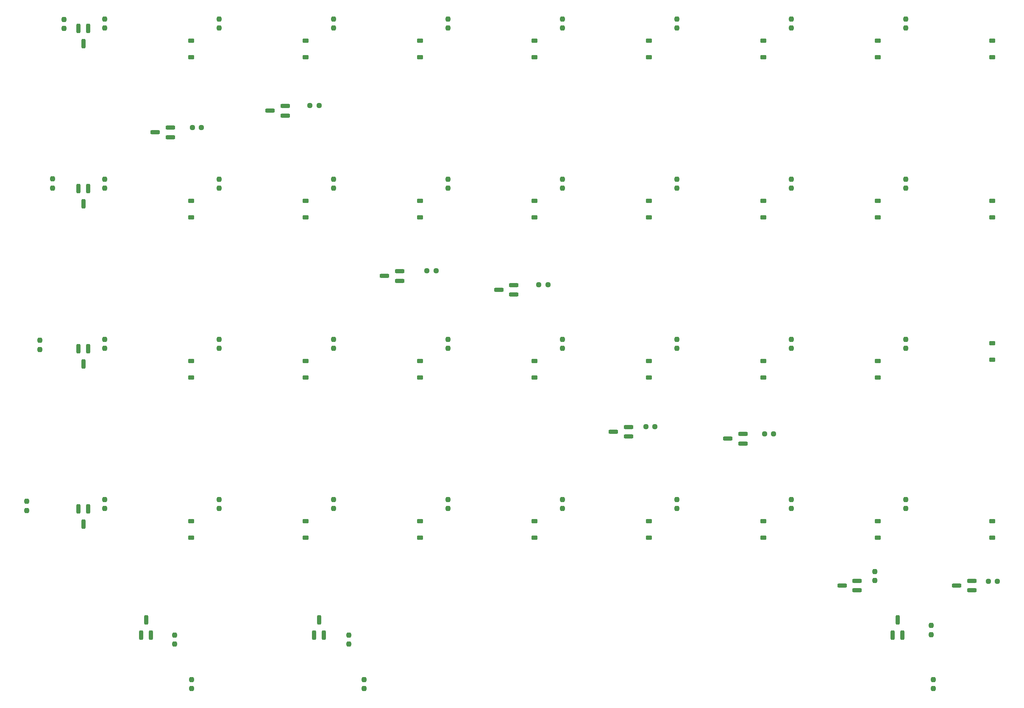
<source format=gbr>
%TF.GenerationSoftware,KiCad,Pcbnew,8.0.8-8.0.8-0~ubuntu22.04.1*%
%TF.CreationDate,2025-02-04T17:37:33+09:00*%
%TF.ProjectId,k2503100,6b323530-3331-4303-902e-6b696361645f,1.20*%
%TF.SameCoordinates,Original*%
%TF.FileFunction,Paste,Top*%
%TF.FilePolarity,Positive*%
%FSLAX46Y46*%
G04 Gerber Fmt 4.6, Leading zero omitted, Abs format (unit mm)*
G04 Created by KiCad (PCBNEW 8.0.8-8.0.8-0~ubuntu22.04.1) date 2025-02-04 17:37:33*
%MOMM*%
%LPD*%
G01*
G04 APERTURE LIST*
G04 Aperture macros list*
%AMRoundRect*
0 Rectangle with rounded corners*
0 $1 Rounding radius*
0 $2 $3 $4 $5 $6 $7 $8 $9 X,Y pos of 4 corners*
0 Add a 4 corners polygon primitive as box body*
4,1,4,$2,$3,$4,$5,$6,$7,$8,$9,$2,$3,0*
0 Add four circle primitives for the rounded corners*
1,1,$1+$1,$2,$3*
1,1,$1+$1,$4,$5*
1,1,$1+$1,$6,$7*
1,1,$1+$1,$8,$9*
0 Add four rect primitives between the rounded corners*
20,1,$1+$1,$2,$3,$4,$5,0*
20,1,$1+$1,$4,$5,$6,$7,0*
20,1,$1+$1,$6,$7,$8,$9,0*
20,1,$1+$1,$8,$9,$2,$3,0*%
G04 Aperture macros list end*
%ADD10RoundRect,0.237500X-0.237500X0.250000X-0.237500X-0.250000X0.237500X-0.250000X0.237500X0.250000X0*%
%ADD11RoundRect,0.237500X0.237500X-0.250000X0.237500X0.250000X-0.237500X0.250000X-0.237500X-0.250000X0*%
%ADD12RoundRect,0.225000X-0.375000X0.225000X-0.375000X-0.225000X0.375000X-0.225000X0.375000X0.225000X0*%
%ADD13RoundRect,0.200000X0.750000X0.200000X-0.750000X0.200000X-0.750000X-0.200000X0.750000X-0.200000X0*%
%ADD14RoundRect,0.200000X-0.200000X0.750000X-0.200000X-0.750000X0.200000X-0.750000X0.200000X0.750000X0*%
%ADD15RoundRect,0.237500X0.250000X0.237500X-0.250000X0.237500X-0.250000X-0.237500X0.250000X-0.237500X0*%
%ADD16RoundRect,0.225000X0.375000X-0.225000X0.375000X0.225000X-0.375000X0.225000X-0.375000X-0.225000X0*%
%ADD17RoundRect,0.200000X0.200000X-0.750000X0.200000X0.750000X-0.200000X0.750000X-0.200000X-0.750000X0*%
G04 APERTURE END LIST*
D10*
%TO.C,R2*%
X261847200Y-209349500D03*
X261847200Y-211174500D03*
%TD*%
D11*
%TO.C,R305*%
X187706000Y-79182000D03*
X187706000Y-77357000D03*
%TD*%
D12*
%TO.C,D204*%
X182118000Y-81662000D03*
X182118000Y-84962000D03*
%TD*%
D11*
%TO.C,R320*%
X164846000Y-143190000D03*
X164846000Y-141365000D03*
%TD*%
%TO.C,R328*%
X164846000Y-175194000D03*
X164846000Y-173369000D03*
%TD*%
D13*
%TO.C,Q306*%
X223774000Y-162174000D03*
X223774000Y-160274000D03*
X220774000Y-161224000D03*
%TD*%
D14*
%TO.C,Q309*%
X92964000Y-79248000D03*
X91064000Y-79248000D03*
X92014000Y-82248000D03*
%TD*%
D11*
%TO.C,R327*%
X141986000Y-175194000D03*
X141986000Y-173369000D03*
%TD*%
D14*
%TO.C,Q311*%
X92964000Y-143256000D03*
X91064000Y-143256000D03*
X92014000Y-146256000D03*
%TD*%
%TO.C,Q312*%
X92964000Y-175260000D03*
X91064000Y-175260000D03*
X92014000Y-178260000D03*
%TD*%
D15*
%TO.C,R338*%
X229917000Y-160274000D03*
X228092000Y-160274000D03*
%TD*%
%TO.C,R336*%
X184808500Y-130429000D03*
X182983500Y-130429000D03*
%TD*%
D11*
%TO.C,R325*%
X96266000Y-175194000D03*
X96266000Y-173369000D03*
%TD*%
D13*
%TO.C,Q305*%
X200914000Y-160777000D03*
X200914000Y-158877000D03*
X197914000Y-159827000D03*
%TD*%
D12*
%TO.C,D206*%
X227838000Y-81662000D03*
X227838000Y-84962000D03*
%TD*%
%TO.C,D211*%
X159258000Y-113666000D03*
X159258000Y-116966000D03*
%TD*%
D16*
%TO.C,D224*%
X273558000Y-145414000D03*
X273558000Y-142114000D03*
%TD*%
D15*
%TO.C,R337*%
X206192500Y-158806000D03*
X204367500Y-158806000D03*
%TD*%
%TO.C,R340*%
X274621000Y-189688000D03*
X272796000Y-189688000D03*
%TD*%
%TO.C,R333*%
X115617000Y-99060000D03*
X113792000Y-99060000D03*
%TD*%
D13*
%TO.C,Q302*%
X132334000Y-96642000D03*
X132334000Y-94742000D03*
X129334000Y-95692000D03*
%TD*%
D11*
%TO.C,R331*%
X233426000Y-175194000D03*
X233426000Y-173369000D03*
%TD*%
%TO.C,R304*%
X164846000Y-79182000D03*
X164846000Y-77357000D03*
%TD*%
D12*
%TO.C,D202*%
X136398000Y-81662000D03*
X136398000Y-84962000D03*
%TD*%
%TO.C,D225*%
X113538000Y-177674000D03*
X113538000Y-180974000D03*
%TD*%
D15*
%TO.C,R335*%
X162456500Y-127696000D03*
X160631500Y-127696000D03*
%TD*%
D11*
%TO.C,R342*%
X85852000Y-111148500D03*
X85852000Y-109323500D03*
%TD*%
D17*
%TO.C,Q1*%
X253709000Y-200459000D03*
X255609000Y-200459000D03*
X254659000Y-197459000D03*
%TD*%
D11*
%TO.C,R330*%
X210566000Y-175194000D03*
X210566000Y-173369000D03*
%TD*%
%TO.C,R317*%
X96266000Y-143190000D03*
X96266000Y-141365000D03*
%TD*%
D10*
%TO.C,R339*%
X250087000Y-187736000D03*
X250087000Y-189561000D03*
%TD*%
D12*
%TO.C,D231*%
X250698000Y-177674000D03*
X250698000Y-180974000D03*
%TD*%
%TO.C,D205*%
X204978000Y-81662000D03*
X204978000Y-84962000D03*
%TD*%
D11*
%TO.C,R306*%
X210566000Y-79182000D03*
X210566000Y-77357000D03*
%TD*%
%TO.C,R310*%
X119126000Y-111186000D03*
X119126000Y-109361000D03*
%TD*%
D12*
%TO.C,D232*%
X273558000Y-177674000D03*
X273558000Y-180974000D03*
%TD*%
D14*
%TO.C,Q310*%
X92964000Y-111252000D03*
X91064000Y-111252000D03*
X92014000Y-114252000D03*
%TD*%
D12*
%TO.C,D213*%
X204978000Y-113666000D03*
X204978000Y-116966000D03*
%TD*%
%TO.C,D209*%
X113538000Y-113664000D03*
X113538000Y-116964000D03*
%TD*%
%TO.C,D217*%
X113538000Y-145670000D03*
X113538000Y-148970000D03*
%TD*%
D11*
%TO.C,R319*%
X141986000Y-143190000D03*
X141986000Y-141365000D03*
%TD*%
%TO.C,R301*%
X96266000Y-79182000D03*
X96266000Y-77357000D03*
%TD*%
D15*
%TO.C,R334*%
X139088500Y-94676000D03*
X137263500Y-94676000D03*
%TD*%
D17*
%TO.C,Q2*%
X138139000Y-200459000D03*
X140039000Y-200459000D03*
X139089000Y-197459000D03*
%TD*%
D10*
%TO.C,R5*%
X113663600Y-209349500D03*
X113663600Y-211174500D03*
%TD*%
D12*
%TO.C,D212*%
X182118000Y-113666000D03*
X182118000Y-116966000D03*
%TD*%
%TO.C,D218*%
X136398000Y-145670000D03*
X136398000Y-148970000D03*
%TD*%
D11*
%TO.C,R303*%
X141986000Y-79182000D03*
X141986000Y-77357000D03*
%TD*%
%TO.C,R332*%
X256286000Y-175194000D03*
X256286000Y-173369000D03*
%TD*%
D12*
%TO.C,D208*%
X273558000Y-81662000D03*
X273558000Y-84962000D03*
%TD*%
%TO.C,D222*%
X227838000Y-145670000D03*
X227838000Y-148970000D03*
%TD*%
D11*
%TO.C,R311*%
X141986000Y-111186000D03*
X141986000Y-109361000D03*
%TD*%
D13*
%TO.C,Q304*%
X178006000Y-132395000D03*
X178006000Y-130495000D03*
X175006000Y-131445000D03*
%TD*%
D11*
%TO.C,R316*%
X256286000Y-111186000D03*
X256286000Y-109361000D03*
%TD*%
D12*
%TO.C,D219*%
X159258000Y-145670000D03*
X159258000Y-148970000D03*
%TD*%
D11*
%TO.C,R329*%
X187706000Y-175194000D03*
X187706000Y-173369000D03*
%TD*%
%TO.C,R321*%
X187706000Y-143190000D03*
X187706000Y-141365000D03*
%TD*%
%TO.C,R315*%
X233426000Y-111186000D03*
X233426000Y-109361000D03*
%TD*%
D12*
%TO.C,D228*%
X182118000Y-177674000D03*
X182118000Y-180974000D03*
%TD*%
D11*
%TO.C,R308*%
X256286000Y-79182000D03*
X256286000Y-77357000D03*
%TD*%
D12*
%TO.C,D215*%
X250698000Y-113666000D03*
X250698000Y-116966000D03*
%TD*%
D11*
%TO.C,R323*%
X233426000Y-143190000D03*
X233426000Y-141365000D03*
%TD*%
D10*
%TO.C,R3*%
X148106000Y-209349500D03*
X148106000Y-211174500D03*
%TD*%
D13*
%TO.C,Q307*%
X246586000Y-191527000D03*
X246586000Y-189627000D03*
X243586000Y-190577000D03*
%TD*%
D10*
%TO.C,R6*%
X110260000Y-200459500D03*
X110260000Y-202284500D03*
%TD*%
D11*
%TO.C,R314*%
X210566000Y-111186000D03*
X210566000Y-109361000D03*
%TD*%
%TO.C,R1*%
X261390000Y-200379500D03*
X261390000Y-198554500D03*
%TD*%
%TO.C,R307*%
X233426000Y-79182000D03*
X233426000Y-77357000D03*
%TD*%
D12*
%TO.C,D214*%
X227838000Y-113666000D03*
X227838000Y-116966000D03*
%TD*%
D13*
%TO.C,Q303*%
X155194000Y-129662000D03*
X155194000Y-127762000D03*
X152194000Y-128712000D03*
%TD*%
D12*
%TO.C,D221*%
X204978000Y-145670000D03*
X204978000Y-148970000D03*
%TD*%
D11*
%TO.C,R322*%
X210566000Y-143190000D03*
X210566000Y-141365000D03*
%TD*%
D13*
%TO.C,Q308*%
X269494000Y-191527000D03*
X269494000Y-189627000D03*
X266494000Y-190577000D03*
%TD*%
D11*
%TO.C,R312*%
X164846000Y-111186000D03*
X164846000Y-109361000D03*
%TD*%
%TO.C,R302*%
X119126000Y-79182000D03*
X119126000Y-77357000D03*
%TD*%
D17*
%TO.C,Q3*%
X103595000Y-200435000D03*
X105495000Y-200435000D03*
X104545000Y-197435000D03*
%TD*%
D11*
%TO.C,R326*%
X119126000Y-175194000D03*
X119126000Y-173369000D03*
%TD*%
D12*
%TO.C,D216*%
X273558000Y-113666000D03*
X273558000Y-116966000D03*
%TD*%
%TO.C,D230*%
X227838000Y-177674000D03*
X227838000Y-180974000D03*
%TD*%
D11*
%TO.C,R309*%
X96266000Y-111186000D03*
X96266000Y-109361000D03*
%TD*%
%TO.C,R343*%
X83312000Y-143406500D03*
X83312000Y-141581500D03*
%TD*%
D12*
%TO.C,D203*%
X159258000Y-81662000D03*
X159258000Y-84962000D03*
%TD*%
D10*
%TO.C,R4*%
X145058000Y-200436000D03*
X145058000Y-202261000D03*
%TD*%
D12*
%TO.C,D207*%
X250698000Y-81662000D03*
X250698000Y-84962000D03*
%TD*%
D13*
%TO.C,Q301*%
X109370500Y-100960000D03*
X109370500Y-99060000D03*
X106370500Y-100010000D03*
%TD*%
D11*
%TO.C,R344*%
X80721200Y-175537500D03*
X80721200Y-173712500D03*
%TD*%
D12*
%TO.C,D220*%
X182118000Y-145670000D03*
X182118000Y-148970000D03*
%TD*%
%TO.C,D227*%
X159258000Y-177674000D03*
X159258000Y-180974000D03*
%TD*%
%TO.C,D223*%
X250698000Y-145670000D03*
X250698000Y-148970000D03*
%TD*%
%TO.C,D229*%
X204978000Y-177674000D03*
X204978000Y-180974000D03*
%TD*%
D11*
%TO.C,R313*%
X187706000Y-111186000D03*
X187706000Y-109361000D03*
%TD*%
%TO.C,R318*%
X119126000Y-143190000D03*
X119126000Y-141365000D03*
%TD*%
D12*
%TO.C,D226*%
X136398000Y-177674000D03*
X136398000Y-180974000D03*
%TD*%
D11*
%TO.C,R341*%
X88138000Y-79248000D03*
X88138000Y-77423000D03*
%TD*%
D12*
%TO.C,D201*%
X113538000Y-81662000D03*
X113538000Y-84962000D03*
%TD*%
D11*
%TO.C,R324*%
X256286000Y-143190000D03*
X256286000Y-141365000D03*
%TD*%
D12*
%TO.C,D210*%
X136398000Y-113664000D03*
X136398000Y-116964000D03*
%TD*%
M02*

</source>
